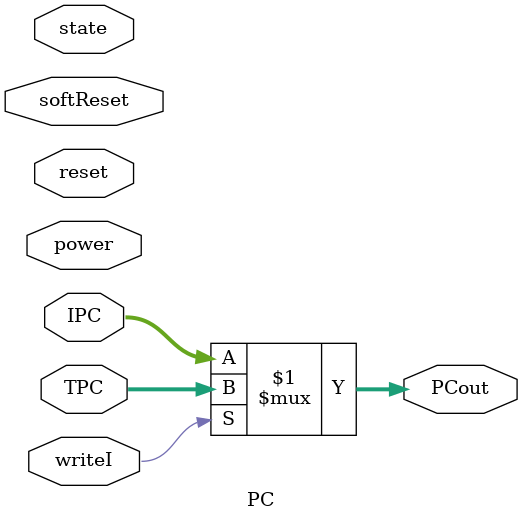
<source format=v>
`include "OPcodes.v"
`define IF 0
`define ID 1
`define EX 2
`define MEM 3
`define WB 4
`define PCPL 5
module PC(input [31:0] IPC, TPC, input [2:0] state, input reset, softReset, power, writeI,output [31:0]PCout);
	assign PCout = writeI? TPC:IPC;
	


endmodule 

</source>
